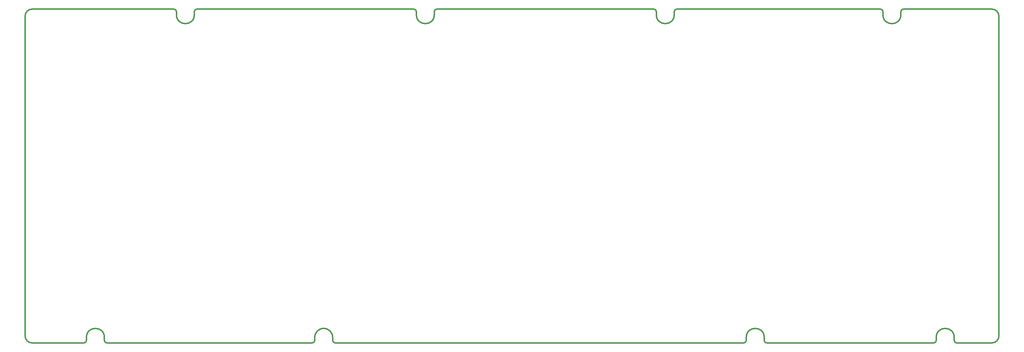
<source format=gbr>
%TF.GenerationSoftware,KiCad,Pcbnew,8.0.1*%
%TF.CreationDate,2025-12-30T14:10:29+09:00*%
%TF.ProjectId,keycultTKL_narrow,6b657963-756c-4745-944b-4c5f6e617272,rev?*%
%TF.SameCoordinates,Original*%
%TF.FileFunction,Profile,NP*%
%FSLAX46Y46*%
G04 Gerber Fmt 4.6, Leading zero omitted, Abs format (unit mm)*
G04 Created by KiCad (PCBNEW 8.0.1) date 2025-12-30 14:10:29*
%MOMM*%
%LPD*%
G01*
G04 APERTURE LIST*
%TA.AperFunction,Profile*%
%ADD10C,0.500000*%
%TD*%
G04 APERTURE END LIST*
D10*
X93833125Y-193637502D02*
X93833125Y-192637500D01*
X323176875Y-193637650D02*
G75*
G02*
X322164704Y-194637501I-999975J50D01*
G01*
X118580001Y-75325000D02*
G75*
G02*
X119580000Y-76324999I-1J-1000000D01*
G01*
X398442450Y-194637500D02*
G75*
G02*
X397442500Y-193637550I50J1000000D01*
G01*
X391042500Y-192637500D02*
G75*
G02*
X397442500Y-192637500I3200000J0D01*
G01*
X87433125Y-192637500D02*
X87433125Y-193637502D01*
X212704998Y-75325000D02*
X290030050Y-75325000D01*
X378392500Y-77325000D02*
X378392500Y-76324950D01*
X378392500Y-77325000D02*
G75*
G02*
X371992500Y-77325000I-3200000J0D01*
G01*
X211705000Y-77325000D02*
X211705000Y-76324999D01*
X291030000Y-76324950D02*
X291030000Y-77325000D01*
X323176875Y-192637510D02*
G75*
G02*
X329576915Y-192629500I3200025J10D01*
G01*
X391042500Y-193637550D02*
G75*
G02*
X390042550Y-194637500I-1000000J50D01*
G01*
X87433125Y-193637502D02*
G75*
G02*
X86433127Y-194637525I-1000025J2D01*
G01*
X413417500Y-77824950D02*
X413417500Y-192137550D01*
X211705000Y-77325000D02*
G75*
G02*
X205305000Y-77325000I-3200000J0D01*
G01*
X390042550Y-194637500D02*
X330576850Y-194637500D01*
X370992550Y-75325000D02*
G75*
G02*
X371992500Y-76324950I-50J-1000000D01*
G01*
X410917550Y-75325000D02*
G75*
G02*
X413417500Y-77824950I50J-2499900D01*
G01*
X125980000Y-77325000D02*
X125980000Y-76324999D01*
X168990937Y-192637503D02*
X168990938Y-193637496D01*
X297430000Y-77325000D02*
X297430000Y-76324950D01*
X94833124Y-194637500D02*
G75*
G02*
X93833100Y-193637502I-24J1000000D01*
G01*
X168990937Y-192637503D02*
G75*
G02*
X175390863Y-192637500I3199963J3D01*
G01*
X205305000Y-76324999D02*
X205305000Y-77325000D01*
X397442500Y-193637550D02*
X397442500Y-192637500D01*
X323176875Y-192637510D02*
X323176875Y-193637650D01*
X65505000Y-192137500D02*
X65505000Y-77825001D01*
X379392450Y-75325000D02*
X410917550Y-75325000D01*
X330576850Y-194637500D02*
G75*
G02*
X329576900Y-193637500I50J1000000D01*
G01*
X329576875Y-193637500D02*
X329576875Y-192629500D01*
X322164704Y-194637500D02*
X176390941Y-194637500D01*
X119580000Y-76324999D02*
X119580000Y-77325000D01*
X391042500Y-192637500D02*
X391042500Y-193637550D01*
X175390937Y-193637497D02*
X175390937Y-192637500D01*
X86433127Y-194637500D02*
X68005001Y-194637500D01*
X413417500Y-192137550D02*
G75*
G02*
X410917550Y-194637500I-2499900J-50D01*
G01*
X298429950Y-75325000D02*
X370992550Y-75325000D01*
X297430000Y-77325000D02*
G75*
G02*
X291030000Y-77325000I-3200000J0D01*
G01*
X126979998Y-75325000D02*
X204305001Y-75325000D01*
X204305001Y-75325000D02*
G75*
G02*
X205305000Y-76324999I-1J-1000000D01*
G01*
X211705000Y-76324999D02*
G75*
G02*
X212704998Y-75325000I1000000J-1D01*
G01*
X125980000Y-76324999D02*
G75*
G02*
X126979998Y-75325000I1000000J-1D01*
G01*
X410917550Y-194637500D02*
X398442450Y-194637500D01*
X168990938Y-193637496D02*
G75*
G02*
X167990935Y-194637538I-1000038J-4D01*
G01*
X125980000Y-77325000D02*
G75*
G02*
X119580000Y-77325000I-3200000J0D01*
G01*
X176390941Y-194637500D02*
G75*
G02*
X175390900Y-193637497I-41J1000000D01*
G01*
X68005000Y-75325000D02*
X118580001Y-75325000D01*
X167990935Y-194637500D02*
X94833124Y-194637500D01*
X65505000Y-77825001D02*
G75*
G02*
X68005000Y-75325000I2500000J1D01*
G01*
X371992500Y-76324950D02*
X371992500Y-77325000D01*
X378392500Y-76324950D02*
G75*
G02*
X379392450Y-75325000I1000000J-50D01*
G01*
X68005001Y-194637500D02*
G75*
G02*
X65505000Y-192137500I-1J2500000D01*
G01*
X290030050Y-75325000D02*
G75*
G02*
X291030000Y-76324950I-50J-1000000D01*
G01*
X87433125Y-192637500D02*
G75*
G02*
X93833125Y-192637500I3200000J0D01*
G01*
X297430000Y-76324950D02*
G75*
G02*
X298429950Y-75325000I1000000J-50D01*
G01*
M02*

</source>
